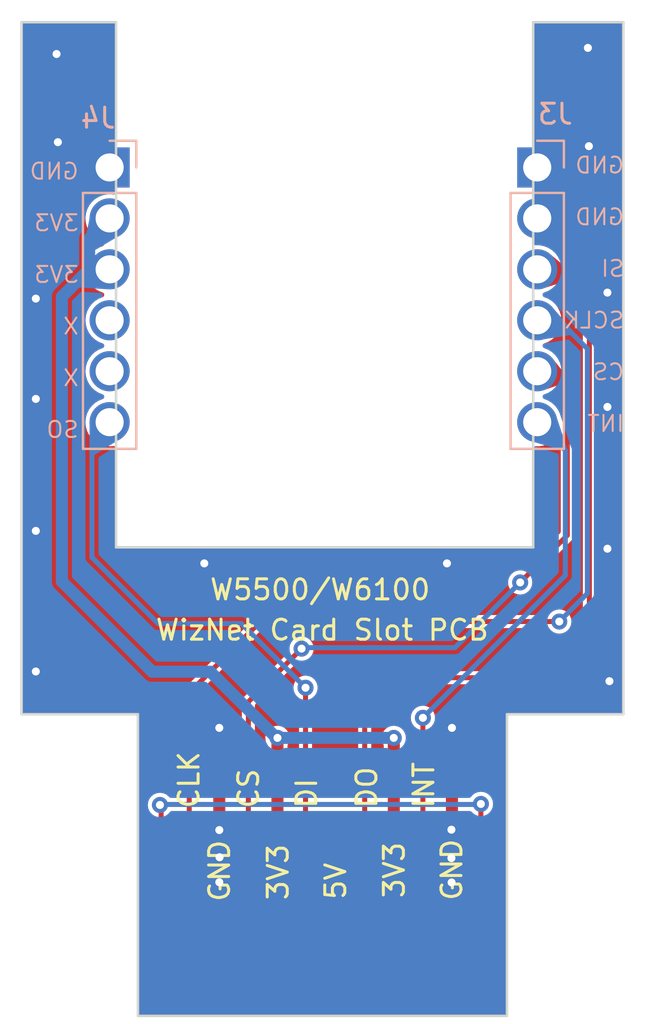
<source format=kicad_pcb>
(kicad_pcb (version 20240108) (generator "pcbnew") (generator_version "8.0")
  (layers (0 "F.Cu" signal) (31 "B.Cu" signal) (34 "B.Paste" user) (35 "F.Paste" user) (36 "B.SilkS" user "B.Silkscreen") (37 "F.SilkS" user "F.Silkscreen") (38 "B.Mask" user) (39 "F.Mask" user) (44 "Edge.Cuts" user))
  (net 0 "")
  (net 1 "Net-(J1-EXTIN)")
  (net 3 "/SCK")
  (net 4 "/GND")
  (net 5 "/CS")
  (net 6 "/VCC")
  (net 7 "/SO")
  (net 8 "/SI")
  (net 9 "/INT")
  (footprint "Library:GC_MEMCARD" (layer "F.Cu") (at 130.048 122.809)
    (property "Reference" "J1" (hide yes))
    (property "Value" "~" (hide yes))
    (pad "1" smd rect (at 17.05 -7.58) (size 1.187403 3.771756) (layers "F.Cu" "F.Mask") (net 1 "Net-(J1-EXTIN)"))
    (pad "2" smd rect (at 15.6 -2.78) (size 1.187403 4.679771) (layers "F.Cu" "F.Mask") (net 4 "/GND"))
    (pad "3" smd rect (at 14.1 -7.38) (size 1.187403 4.19084) (layers "F.Cu" "F.Mask") (net 9 "/INT"))
    (pad "4" smd rect (at 12.7 -3.03) (size 1.187403 4.19084) (layers "F.Cu" "F.Mask") (net 6 "/VCC"))
    (pad "5" smd rect (at 11.25 -7.38) (size 1.187403 4.19084) (layers "F.Cu" "F.Mask") (net 8 "/SI"))
    (pad "6" smd rect (at 9.8 -3.03) (size 1.187403 4.19084) (layers "F.Cu" "F.Mask"))
    (pad "7" smd rect (at 8.3 -7.38) (size 1.187403 4.19084) (layers "F.Cu" "F.Mask") (net 7 "/SO"))
    (pad "8" smd rect (at 6.9 -3.03) (size 1.187403 4.19084) (layers "F.Cu" "F.Mask") (net 6 "/VCC"))
    (pad "9" smd rect (at 5.45 -7.38) (size 1.187403 4.19084) (layers "F.Cu" "F.Mask") (net 5 "/CS"))
    (pad "10" smd rect (at 4 -2.83) (size 1.187403 4.679771) (layers "F.Cu" "F.Mask") (net 4 "/GND"))
    (pad "11" smd rect (at 2.5 -7.38) (size 1.187403 4.19084) (layers "F.Cu" "F.Mask") (net 3 "/SCK"))
    (pad "12" smd rect (at 1.1 -3.58) (size 1.187403 3.143131) (layers "F.Cu" "F.Mask") (net 1 "Net-(J1-EXTIN)"))
  )
  (footprint "Connector_PinHeader_2.54mm:PinHeader_1x06_P2.54mm_Vertical" (layer "B.Cu") (at 128.58 80.56 180)
    (property "Reference" "J4" (at 0.58 2.46 0) (layer "B.SilkS") (effects (justify mirror)))
    (property "Value" "Conn_01x06")
    (fp_line (start 1.33 -1.27) (end -1.33 -1.27) (stroke (width 0.12)) (layer "B.SilkS"))
    (fp_line (start 1.33 -14.03) (end 1.33 -1.27) (stroke (width 0.12)) (layer "B.SilkS"))
    (fp_line (start 1.33 -14.03) (end -1.33 -14.03) (stroke (width 0.12)) (layer "B.SilkS"))
    (fp_line (start 0 1.33) (end -1.33 1.33) (stroke (width 0.12)) (layer "B.SilkS"))
    (fp_line (start -1.33 1.33) (end -1.33 0) (stroke (width 0.12)) (layer "B.SilkS"))
    (fp_line (start -1.33 -14.03) (end -1.33 -1.27) (stroke (width 0.12)) (layer "B.SilkS"))
    (pad "1" thru_hole rect (at 0 0 180) (size 2 2) (drill 1.4) (layers "*.Cu" "*.Mask") (net 4 "/GND"))
    (pad "2" thru_hole oval (at 0 -2.54 180) (size 2 2) (drill 1.4) (layers "*.Cu" "*.Mask") (net 6 "/VCC"))
    (pad "3" thru_hole oval (at 0 -5.08 180) (size 2 2) (drill 1.4) (layers "*.Cu" "*.Mask") (net 6 "/VCC"))
    (pad "4" thru_hole oval (at 0 -7.62 180) (size 2 2) (drill 1.4) (layers "*.Cu" "*.Mask"))
    (pad "5" thru_hole oval (at 0 -10.16 180) (size 2 2) (drill 1.4) (layers "*.Cu" "*.Mask"))
    (pad "6" thru_hole oval (at 0 -12.7 180) (size 2 2) (drill 1.4) (layers "*.Cu" "*.Mask") (net 7 "/SO"))
  )
  (footprint "Connector_PinHeader_2.54mm:PinHeader_1x06_P2.54mm_Vertical" (layer "B.Cu") (at 149.9 80.56 180)
    (property "Reference" "J3" (at -0.9 2.66 0) (layer "B.SilkS") (effects (justify mirror)))
    (property "Value" "Conn_01x06")
    (fp_line (start 1.33 -1.27) (end -1.33 -1.27) (stroke (width 0.12)) (layer "B.SilkS"))
    (fp_line (start 1.33 -14.03) (end 1.33 -1.27) (stroke (width 0.12)) (layer "B.SilkS"))
    (fp_line (start 1.33 -14.03) (end -1.33 -14.03) (stroke (width 0.12)) (layer "B.SilkS"))
    (fp_line (start 0 1.33) (end -1.33 1.33) (stroke (width 0.12)) (layer "B.SilkS"))
    (fp_line (start -1.33 1.33) (end -1.33 0) (stroke (width 0.12)) (layer "B.SilkS"))
    (fp_line (start -1.33 -14.03) (end -1.33 -1.27) (stroke (width 0.12)) (layer "B.SilkS"))
    (pad "1" thru_hole rect (at 0 0 180) (size 2 2) (drill 1.4) (layers "*.Cu" "*.Mask") (net 4 "/GND"))
    (pad "2" thru_hole oval (at 0 -2.54 180) (size 2 2) (drill 1.4) (layers "*.Cu" "*.Mask") (net 4 "/GND"))
    (pad "3" thru_hole oval (at 0 -5.08 180) (size 2 2) (drill 1.4) (layers "*.Cu" "*.Mask") (net 8 "/SI"))
    (pad "4" thru_hole oval (at 0 -7.62 180) (size 2 2) (drill 1.4) (layers "*.Cu" "*.Mask") (net 3 "/SCK"))
    (pad "5" thru_hole oval (at 0 -10.16 180) (size 2 2) (drill 1.4) (layers "*.Cu" "*.Mask") (net 5 "/CS"))
    (pad "6" thru_hole oval (at 0 -12.7 180) (size 2 2) (drill 1.4) (layers "*.Cu" "*.Mask") (net 9 "/INT"))
  )
  (gr_line (start 154.1907 107.82046) (end 154.1907 73.31964) (stroke (width 0.127)) (layer "Edge.Cuts"))
  (gr_line (start 154.1907 73.31964) (end 149.7 73.31964) (stroke (width 0.127)) (layer "Edge.Cuts"))
  (gr_line (start 129.99212 122.8598) (end 148.39188 122.8598) (stroke (width 0.127)) (layer "Edge.Cuts"))
  (gr_line (start 148.39188 122.8598) (end 148.39188 107.82046) (stroke (width 0.127)) (layer "Edge.Cuts"))
  (gr_line (start 124.19076 73.31964) (end 124.19076 107.82046) (stroke (width 0.127)) (layer "Edge.Cuts"))
  (gr_line (start 128.9 73.31964) (end 124.19076 73.31964) (stroke (width 0.127)) (layer "Edge.Cuts"))
  (gr_line (start 128.9 73.31964) (end 128.9 99.5) (stroke (width 0.127)) (layer "Edge.Cuts"))
  (gr_line (start 124.19076 107.82046) (end 129.99212 107.82046) (stroke (width 0.127)) (layer "Edge.Cuts"))
  (gr_line (start 149.7 73.31964) (end 149.7 99.5) (stroke (width 0.127)) (layer "Edge.Cuts"))
  (gr_line (start 128.9 99.5) (end 149.7 99.5) (stroke (width 0.127)) (layer "Edge.Cuts"))
  (gr_line (start 148.39188 107.82046) (end 154.1907 107.82046) (stroke (width 0.127)) (layer "Edge.Cuts"))
  (gr_line (start 129.99212 107.82046) (end 129.99212 122.8598) (stroke (width 0.127)) (layer "Edge.Cuts"))
  (gr_text "GND\n\nGND\n\nSI\n\nSCLK\n\nCS\n\nINT" (at 154.3 93.8 0) (layer "B.SilkS") (effects (font (size 0.8 0.8) (thickness 0.1)) (justify left bottom mirror)))
  (gr_text "GND\n\n3V3\n\n3V3\n\nX\n\nX\n\nSO" (at 127.1 94.1 0) (layer "B.SilkS") (effects (font (size 0.8 0.8) (thickness 0.1)) (justify left bottom mirror)))
  (gr_text "CLK" (at 133.1214 112.5982 90) (layer "F.SilkS") (effects (font (size 1 1)) (justify left bottom)))
  (gr_text "GND\n" (at 146.2278 117.1956 90) (layer "F.SilkS") (effects (font (size 1 1)) (justify left bottom)))
  (gr_text "DO\n" (at 141.986 112.5982 90) (layer "F.SilkS") (effects (font (size 1 1)) (justify left bottom)))
  (gr_text "DI\n" (at 138.9888 112.5982 90) (layer "F.SilkS") (effects (font (size 1 1)) (justify left bottom)))
  (gr_text "3V3\n" (at 143.3576 117.0686 90) (layer "F.SilkS") (effects (font (size 1 1)) (justify left bottom)))
  (gr_text "5V" (at 140.4366 117.1448 90) (layer "F.SilkS") (effects (font (size 1 1)) (justify left bottom)))
  (gr_text "W5500/W6100" (at 133.5 102.2 0) (layer "F.SilkS") (effects (font (size 1 1)) (justify left bottom)))
  (gr_text "3V3\n" (at 137.5664 117.1702 90) (layer "F.SilkS") (effects (font (size 1 1)) (justify left bottom)))
  (gr_text "GND\n" (at 134.6454 117.2464 90) (layer "F.SilkS") (effects (font (size 1 1)) (justify left bottom)))
  (gr_text "INT\n" (at 144.8308 112.5982 90) (layer "F.SilkS") (effects (font (size 1 1)) (justify left bottom)))
  (gr_text "CS\n" (at 136.0932 112.5982 90) (layer "F.SilkS") (effects (font (size 1 1)) (justify left bottom)))
  (gr_text "WizNet Card Slot PCB" (at 130.7976 104.2092 0) (layer "F.SilkS") (effects (font (size 1 1)) (justify left bottom)))
  (segment (start 147.0914 115.2224) (end 147.098 115.229) (width 0.25) (layer "F.Cu") (net 1))
  (segment (start 131.148 119.229) (end 131.148 112.4028) (width 0.25) (layer "F.Cu") (net 1))
  (segment (start 147.0914 112.2934) (end 147.0914 115.2224) (width 0.25) (layer "F.Cu") (net 1))
  (segment (start 131.148 112.4028) (end 131.0894 112.3442) (width 0.25) (layer "F.Cu") (net 1))
  (via (at 147.0914 112.2934) (size 0.8) (drill 0.4) (layers "F.Cu" "B.Cu") (net 1))
  (via (at 131.0894 112.3442) (size 0.8) (drill 0.4) (layers "F.Cu" "B.Cu") (net 1))
  (segment (start 147.0914 112.2934) (end 147.066 112.3188) (width 0.25) (layer "B.Cu") (net 1))
  (segment (start 131.1148 112.3188) (end 131.0894 112.3442) (width 0.25) (layer "B.Cu") (net 1))
  (segment (start 147.066 112.3188) (end 131.1148 112.3188) (width 0.25) (layer "B.Cu") (net 1))
  (segment (start 132.548 106.752) (end 132.548 115.429) (width 0.25) (layer "F.Cu") (net 3))
  (segment (start 136.1 103.2) (end 132.548 106.752) (width 0.25) (layer "F.Cu") (net 3))
  (segment (start 151 103.2) (end 136.1 103.2) (width 0.25) (layer "F.Cu") (net 3))
  (via (at 151 103.2) (size 0.8) (drill 0.4) (layers "F.Cu" "B.Cu") (net 3))
  (segment (start 152.4 101.8) (end 152.4 89.6) (width 0.25) (layer "B.Cu") (net 3))
  (segment (start 152.4 89.6) (end 150.98 88.18) (width 0.25) (layer "B.Cu") (net 3))
  (segment (start 150.98 88.18) (end 149.9 88.18) (width 0.25) (layer "B.Cu") (net 3))
  (segment (start 151 103.2) (end 152.4 101.8) (width 0.25) (layer "B.Cu") (net 3))
  (segment (start 145.648 108.5) (end 145.648 120.029) (width 0.6) (layer "F.Cu") (net 4))
  (segment (start 134.048 108.5) (end 134.048 119.979) (width 0.6) (layer "F.Cu") (net 4))
  (via (at 145.62213 114.993112) (size 0.8) (drill 0.4) (layers "F.Cu" "B.Cu") (net 4))
  (via (at 125.9332 74.9046) (size 0.8) (drill 0.4) (layers "F.Cu" "B.Cu") (net 4))
  (via (at 124.9 98.679) (size 0.8) (drill 0.4) (layers "F.Cu" "B.Cu") (net 4))
  (via (at 152.4762 79.5) (size 0.8) (drill 0.4) (layers "F.Cu" "B.Cu") (net 4))
  (via (at 134.048852 116.196142) (size 0.8) (drill 0.4) (layers "F.Cu" "B.Cu") (net 4))
  (via (at 126 79.3) (size 0.8) (drill 0.4) (layers "F.Cu" "B.Cu") (net 4))
  (via (at 153.5 106.172) (size 0.8) (drill 0.4) (layers "F.Cu" "B.Cu") (net 4))
  (via (at 124.9 92.1) (size 0.8) (drill 0.4) (layers "F.Cu" "B.Cu") (net 4))
  (via (at 145.648 108.5) (size 0.8) (drill 0.4) (layers "F.Cu" "B.Cu") (net 4))
  (via (at 134.061065 114.950413) (size 0.8) (drill 0.4) (layers "F.Cu" "B.Cu") (net 4))
  (via (at 124.9 87.1) (size 0.8) (drill 0.4) (layers "F.Cu" "B.Cu") (net 4))
  (via (at 133.3 100.3) (size 0.8) (drill 0.4) (layers "F.Cu" "B.Cu") (net 4))
  (via (at 134.048 108.5) (size 0.8) (drill 0.4) (layers "F.Cu" "B.Cu") (net 4))
  (via (at 124.9 105.6894) (size 0.8) (drill 0.4) (layers "F.Cu" "B.Cu") (net 4))
  (via (at 153.4 99.568) (size 0.8) (drill 0.4) (layers "F.Cu" "B.Cu") (net 4))
  (via (at 134.048852 113.594766) (size 0.8) (drill 0.4) (layers "F.Cu" "B.Cu") (net 4))
  (via (at 145.62213 113.5764) (size 0.8) (drill 0.4) (layers "F.Cu" "B.Cu") (net 4))
  (via (at 145.630272 116.206274) (size 0.8) (drill 0.4) (layers "F.Cu" "B.Cu") (net 4))
  (via (at 145.4 100.3) (size 0.8) (drill 0.4) (layers "F.Cu" "B.Cu") (net 4))
  (via (at 153.4 86.8) (size 0.8) (drill 0.4) (layers "F.Cu" "B.Cu") (net 4))
  (via (at 153.4 92.5) (size 0.8) (drill 0.4) (layers "F.Cu" "B.Cu") (net 4))
  (via (at 152.4254 74.5998) (size 0.8) (drill 0.4) (layers "F.Cu" "B.Cu") (net 4))
  (segment (start 150.92 90.72) (end 149.9 90.72) (width 0.25) (layer "F.Cu") (net 5))
  (segment (start 135.498 107.202) (end 135.498 115.429) (width 0.25) (layer "F.Cu") (net 5))
  (segment (start 151.4 91.2) (end 150.92 90.72) (width 0.25) (layer "F.Cu") (net 5))
  (segment (start 138.15 104.55) (end 135.498 107.202) (width 0.25) (layer "F.Cu") (net 5))
  (segment (start 149.05 101.25) (end 151.4 98.9) (width 0.25) (layer "F.Cu") (net 5))
  (segment (start 151.4 98.9) (end 151.4 91.2) (width 0.25) (layer "F.Cu") (net 5))
  (via (at 138.15 104.55) (size 0.8) (drill 0.4) (layers "F.Cu" "B.Cu") (net 5))
  (via (at 149.05 101.25) (size 0.8) (drill 0.4) (layers "F.Cu" "B.Cu") (net 5))
  (segment (start 138.2 104.5) (end 145.8 104.5) (width 0.25) (layer "B.Cu") (net 5))
  (segment (start 138.15 104.55) (end 138.2 104.5) (width 0.25) (layer "B.Cu") (net 5))
  (segment (start 145.8 104.5) (end 149.05 101.25) (width 0.25) (layer "B.Cu") (net 5))
  (segment (start 142.748 109) (end 142.748 119.779) (width 0.6) (layer "F.Cu") (net 6))
  (segment (start 136.948 108.9) (end 136.948 119.779) (width 0.6) (layer "F.Cu") (net 6))
  (via (at 136.948 109) (size 0.8) (drill 0.4) (layers "F.Cu" "B.Cu") (net 6))
  (via (at 142.748 109) (size 0.8) (drill 0.4) (layers "F.Cu" "B.Cu") (net 6))
  (segment (start 126.2 101.2) (end 130.7 105.7) (width 0.6) (layer "B.Cu") (net 6))
  (segment (start 130.7 105.7) (end 133.6 105.7) (width 0.6) (layer "B.Cu") (net 6))
  (segment (start 136.9 109) (end 142.748 109) (width 0.6) (layer "B.Cu") (net 6))
  (segment (start 127.56 85.64) (end 128.58 85.64) (width 0.6) (layer "B.Cu") (net 6))
  (segment (start 127.56 85.64) (end 127.56 84.12) (width 0.6) (layer "B.Cu") (net 6))
  (segment (start 126.2 87) (end 126.2 101.2) (width 0.6) (layer "B.Cu") (net 6))
  (segment (start 127.56 84.12) (end 128.58 83.1) (width 0.6) (layer "B.Cu") (net 6))
  (segment (start 127.56 85.64) (end 126.2 87) (width 0.6) (layer "B.Cu") (net 6))
  (segment (start 133.6 105.7) (end 136.9 109) (width 0.6) (layer "B.Cu") (net 6))
  (segment (start 138.348 106.5) (end 138.348 115.429) (width 0.25) (layer "F.Cu") (net 7))
  (via (at 138.348 106.5) (size 0.8) (drill 0.4) (layers "F.Cu" "B.Cu") (net 7))
  (segment (start 127.7 94.14) (end 128.58 93.26) (width 0.25) (layer "B.Cu") (net 7))
  (segment (start 131 103.3) (end 127.7 100) (width 0.25) (layer "B.Cu") (net 7))
  (segment (start 127.7 100) (end 127.7 94.14) (width 0.25) (layer "B.Cu") (net 7))
  (segment (start 135.148 103.3) (end 131 103.3) (width 0.25) (layer "B.Cu") (net 7))
  (segment (start 138.348 106.5) (end 135.148 103.3) (width 0.25) (layer "B.Cu") (net 7))
  (segment (start 151.34 85.64) (end 149.9 85.64) (width 0.25) (layer "F.Cu") (net 8))
  (segment (start 141.298 107.402) (end 142.7 106) (width 0.25) (layer "F.Cu") (net 8))
  (segment (start 142.7 106) (end 150.4 106) (width 0.25) (layer "F.Cu") (net 8))
  (segment (start 152.5 86.8) (end 151.34 85.64) (width 0.25) (layer "F.Cu") (net 8))
  (segment (start 141.298 115.429) (end 141.298 107.402) (width 0.25) (layer "F.Cu") (net 8))
  (segment (start 150.4 106) (end 152.5 103.9) (width 0.25) (layer "F.Cu") (net 8))
  (segment (start 152.5 103.9) (end 152.5 86.8) (width 0.25) (layer "F.Cu") (net 8))
  (segment (start 144.2 108) (end 144.2 115.377) (width 0.25) (layer "F.Cu") (net 9))
  (segment (start 144.2 115.377) (end 144.148 115.429) (width 0.25) (layer "F.Cu") (net 9))
  (via (at 144.2 108) (size 0.8) (drill 0.4) (layers "F.Cu" "B.Cu") (net 9))
  (segment (start 144.2 108) (end 151.3 100.9) (width 0.25) (layer "B.Cu") (net 9))
  (segment (start 151.3 94.66) (end 149.9 93.26) (width 0.25) (layer "B.Cu") (net 9))
  (segment (start 151.3 100.9) (end 151.3 94.66) (width 0.25) (layer "B.Cu") (net 9))
  (zone (net 0) (net_name "") (layer "F.Cu") (connect_pads (clearance 0)) (min_thickness 0.25)
    (keepout (tracks allowed) (vias allowed) (pads allowed) (copperpour not_allowed) (footprints allowed))
    (fill (thermal_gap 0.5) (thermal_bridge_width 0.5))
    (polygon (pts (xy 130 110.1) (xy 148.4 110.1) (xy 148.4 122.9) (xy 130 122.9)))
  )
  (zone (net 4) (net_name "/GND") (layers "F&B.Cu") (connect_pads yes (clearance 0)) (min_thickness 0.25) (fill yes (thermal_gap 0.5) (thermal_bridge_width 0.5))
    (polygon (pts (xy 123.1138 72.2122) (xy 155.4734 72.2122) (xy 155.0924 108.8136) (xy 149.1234 108.8136) (xy 149.1996 123.2662) (xy 129.2098 123.2662) (xy 129.2098 109.0422) (xy 123.1138 109.1184)))
  )
)
</source>
